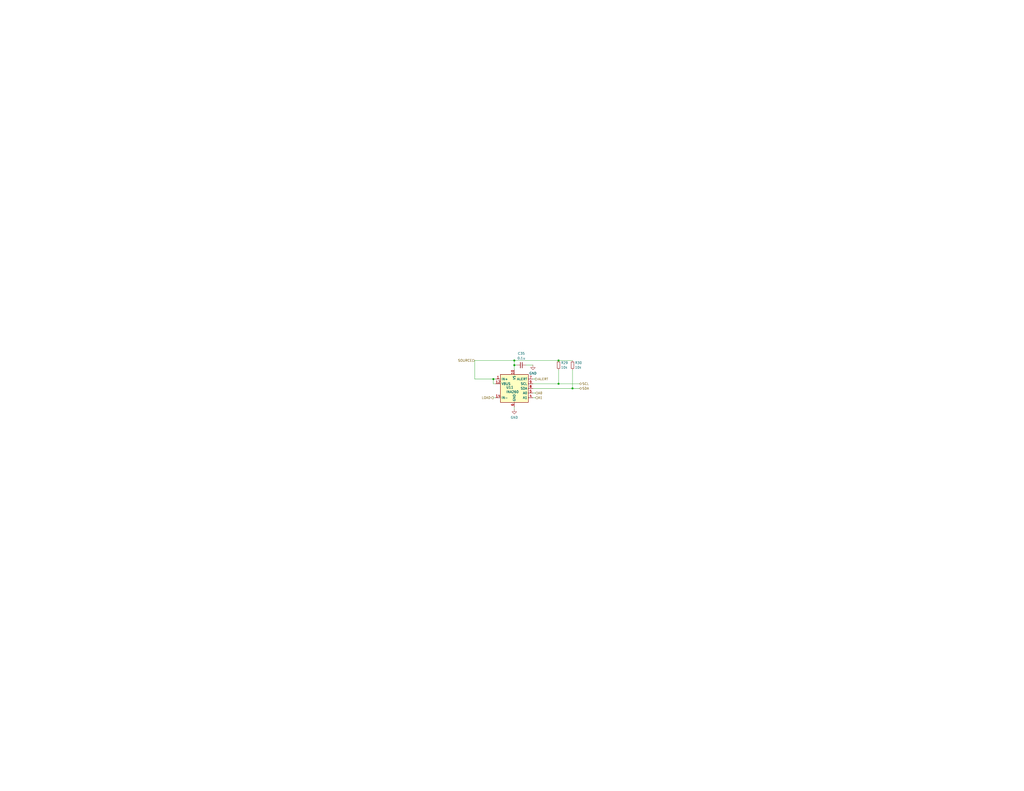
<source format=kicad_sch>
(kicad_sch (version 20231120) (generator "eeschema") (generator_version "8.0")
  (paper "C")
  (title_block (title "HEDGE Comm PCB") (date "2024-10-11") (rev "1.0") (company "Spacecraft Design Lab") (comment 1 "University of Virginia"))
  (lib_symbols
    (symbol "Device:C_Small" (pin_numbers hide) (pin_names (offset 0.254) hide)
      (property "Reference" "C" (at 0.254 1.778 0))
      (property "Value" "C_Small" (at 0.254 -2.032 0))
      (symbol "C_Small_0_1"
        (polyline (pts (xy -1.524 -0.508) (xy 1.524 -0.508)) (stroke (width 0.3302)))
        (polyline (pts (xy -1.524 0.508) (xy 1.524 0.508)) (stroke (width 0.3048)))
      )
      (symbol "C_Small_1_1"
        (pin passive line (at 0 2.54 270) (length 2.032) (name "~") (number "1"))
        (pin passive line (at 0 -2.54 90) (length 2.032) (name "~") (number "2"))
      )
    )
    (symbol "Device:R_Small" (pin_numbers hide) (pin_names (offset 0.254) hide)
      (property "Reference" "R" (at 0.762 0.508 0))
      (property "Value" "R_Small" (at 0.762 -1.016 0))
      (symbol "R_Small_0_1"
        (rectangle (start -0.762 1.778) (end 0.762 -1.778) (stroke (width 0.2032)))
      )
      (symbol "R_Small_1_1"
        (pin passive line (at 0 2.54 270) (length 0.762) (name "~") (number "1"))
        (pin passive line (at 0 -2.54 90) (length 0.762) (name "~") (number "2"))
      )
    )
    (symbol "Sensor:INA260"
      (property "Reference" "U" (at -6.35 8.89 0))
      (property "Value" "INA260" (at 2.54 8.89 0))
      (symbol "INA260_0_1"
        (rectangle (start -7.62 7.62) (end 7.62 -7.62) (stroke (width 0.254)) (fill (type background)))
      )
      (symbol "INA260_1_1"
        (pin passive line (at -10.16 5.08 0) (length 2.54) (name "IN+") (number "1"))
        (pin power_in line (at 0 10.16 270) (length 2.54) (name "VS") (number "10"))
        (pin passive line (at 0 -10.16 90) (length 2.54) hide (name "GND") (number "11"))
        (pin passive line (at -10.16 2.54 0) (length 2.54) (name "VBUS") (number "12"))
        (pin no_connect line (at 2.54 -7.62 90) (length 2.54) hide (name "NC") (number "13"))
        (pin passive line (at -10.16 -5.08 0) (length 2.54) (name "IN-") (number "14"))
        (pin passive line (at -10.16 -5.08 0) (length 2.54) hide (name "IN-") (number "15"))
        (pin passive line (at -10.16 -5.08 0) (length 2.54) hide (name "IN-") (number "16"))
        (pin passive line (at -10.16 5.08 0) (length 2.54) hide (name "IN+") (number "2"))
        (pin passive line (at -10.16 5.08 0) (length 2.54) hide (name "IN+") (number "3"))
        (pin input line (at 10.16 -5.08 180) (length 2.54) (name "A1") (number "4"))
        (pin input line (at 10.16 -2.54 180) (length 2.54) (name "A0") (number "5"))
        (pin power_in line (at 0 -10.16 90) (length 2.54) (name "GND") (number "6"))
        (pin open_collector line (at 10.16 5.08 180) (length 2.54) (name "ALERT") (number "7"))
        (pin bidirectional line (at 10.16 0 180) (length 2.54) (name "SDA") (number "8"))
        (pin input line (at 10.16 2.54 180) (length 2.54) (name "SCL") (number "9"))
      )
    )
    (symbol "power:GND" (power) (pin_numbers hide) (pin_names (offset 0) hide)
      (property "Value" "GND" (at 0 -3.81 0))
      (symbol "GND_0_1"
        (polyline (pts (xy 0 0) (xy 0 -1.27) (xy 1.27 -1.27) (xy 0 -2.54) (xy -1.27 -1.27) (xy 0 -1.27)))
      )
      (symbol "GND_1_1"
        (pin power_in line (at 0 0 270) (length 0) (name "~") (number "1"))
      )
    )
  )
  (junction (at 304.8 196.85))
  (junction (at 280.67 199.39))
  (junction (at 304.8 209.55))
  (junction (at 269.24 207.01))
  (junction (at 312.42 212.09))
  (junction (at 280.67 196.85))
  (wire (pts (xy 269.24 207.01) (xy 270.51 207.01)))
  (wire (pts (xy 304.8 201.93) (xy 304.8 209.55)))
  (wire (pts (xy 269.24 209.55) (xy 269.24 207.01)))
  (wire (pts (xy 290.83 207.01) (xy 292.1 207.01)))
  (wire (pts (xy 280.67 196.85) (xy 280.67 199.39)))
  (wire (pts (xy 259.08 196.85) (xy 280.67 196.85)))
  (wire (pts (xy 290.83 217.17) (xy 292.1 217.17)))
  (wire (pts (xy 304.8 196.85) (xy 312.42 196.85)))
  (wire (pts (xy 304.8 209.55) (xy 290.83 209.55)))
  (wire (pts (xy 280.67 199.39) (xy 281.94 199.39)))
  (wire (pts (xy 290.83 214.63) (xy 292.1 214.63)))
  (wire (pts (xy 280.67 196.85) (xy 304.8 196.85)))
  (wire (pts (xy 270.51 209.55) (xy 269.24 209.55)))
  (wire (pts (xy 280.67 222.25) (xy 280.67 223.52)))
  (wire (pts (xy 280.67 199.39) (xy 280.67 201.93)))
  (wire (pts (xy 312.42 212.09) (xy 290.83 212.09)))
  (wire (pts (xy 269.24 217.17) (xy 270.51 217.17)))
  (wire (pts (xy 312.42 201.93) (xy 312.42 212.09)))
  (wire (pts (xy 304.8 209.55) (xy 316.23 209.55)))
  (wire (pts (xy 312.42 212.09) (xy 316.23 212.09)))
  (wire (pts (xy 259.08 207.01) (xy 269.24 207.01)))
  (wire (pts (xy 259.08 196.85) (xy 259.08 207.01)))
  (wire (pts (xy 287.02 199.39) (xy 290.83 199.39)))
  (hierarchical_label "LOAD" (shape output) (at 269.24 217.17 180))
  (hierarchical_label "SCL" (shape bidirectional) (at 316.23 209.55 0))
  (hierarchical_label "SDA" (shape bidirectional) (at 316.23 212.09 0))
  (hierarchical_label "SOURCE" (shape input) (at 259.08 196.85 180))
  (hierarchical_label "A0" (shape input) (at 292.1 214.63 0))
  (hierarchical_label "A1" (shape input) (at 292.1 217.17 0))
  (hierarchical_label "ALERT" (shape output) (at 292.1 207.01 0))
  (symbol (lib_id "Sensor:INA260") (at 280.67 212.09 0) (unit 1)
    (property "Reference" "U11" (at 276.225 211.455 0) (effects (justify left)))
    (property "Value" "INA260" (at 276.225 213.995 0) (effects (justify left)))
    (property "Footprint" "Package_SO:TSSOP-16_4.4x5mm_P0.65mm" (effects (hide yes)))
    (property "Datasheet" "http://www.ti.com/lit/ds/symlink/ina260.pdf" (effects (hide yes)))
  )
  (symbol (lib_id "Device:C_Small") (at 284.48 199.39 270) (mirror x) (unit 1)
    (property "Reference" "C35" (at 284.4736 193.04 90))
    (property "Value" "0.1u" (at 284.4736 195.58 90))
    (property "Footprint" "VST104_footprints:C_SMD_0402" (effects (hide yes)))
  )
  (symbol (lib_id "Device:R_Small") (at 312.42 199.39 0) (unit 1)
    (property "Reference" "R30" (at 313.69 198.12 0) (effects (justify left)))
    (property "Value" "10k" (at 313.69 200.66 0) (effects (justify left)))
    (property "Footprint" "VST104_footprints:R_SMD_0402" (effects (hide yes)))
  )
  (symbol (lib_id "power:GND") (at 280.67 223.52 0) (unit 1)
    (property "Reference" "#PWR067" (effects (hide yes)))
    (property "Value" "GND" (at 280.67 227.965 0))
  )
  (symbol (lib_id "power:GND") (at 290.83 199.39 0) (unit 1)
    (property "Reference" "#PWR068" (effects (hide yes)))
    (property "Value" "GND" (at 290.83 203.835 0))
  )
  (symbol (lib_id "Device:R_Small") (at 304.8 199.39 0) (unit 1)
    (property "Reference" "R29" (at 306.07 198.12 0) (effects (justify left)))
    (property "Value" "10k" (at 306.07 200.66 0) (effects (justify left)))
    (property "Footprint" "VST104_footprints:R_SMD_0402" (effects (hide yes)))
  )
)
</source>
